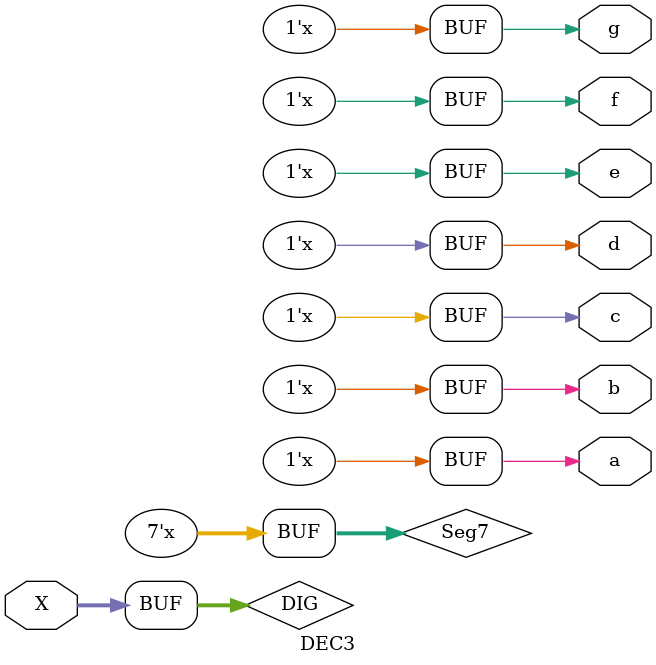
<source format=v>
module DEC3 (X,a,b,c,d,e,f,g);
input [3:0] X;
output reg a,b,c,d,e,f,g;

reg [0:6] Seg7;
reg [3:0] DIG;

always @ (DIG) begin
 case (DIG)
 4'b0000: Seg7 = 7'b0111001;
 4'b0001: Seg7 = 7'b0111001;
 4'b0010: Seg7 = 7'b1000100;
 4'b0011: Seg7 = 7'b1111111;
 4'b0100: Seg7 = 7'b1111111;
 4'b0101: Seg7 = 7'b1001000;
 4'b0110: Seg7 = 7'b1111110;
 4'b0111: Seg7 = 7'b0001001;
 4'b1000: Seg7 = 7'b0001000;
 4'b1001: Seg7 = 7'b0100100;
 4'b1010: Seg7 = 7'b1111111;
 4'b1011: Seg7 = 7'b1111111;
 4'b1100: Seg7 = 7'b1111111;
 4'b1101: Seg7 = 7'b1111111;
 4'b1110: Seg7 = 7'b0001001;
 4'b1111: Seg7 = 7'b0110000;
 default: Seg7 = 7'bxxxxxxx;
 
 endcase
 
 DIG = {X};
 {a,b,c,d,e,f,g} = Seg7;
 end
 endmodule
</source>
